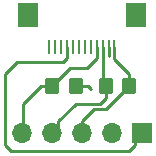
<source format=gbr>
%TF.GenerationSoftware,KiCad,Pcbnew,8.0.7*%
%TF.CreationDate,2025-01-03T17:26:32-07:00*%
%TF.ProjectId,minimal-ffc-i2c,6d696e69-6d61-46c2-9d66-66632d693263,rev?*%
%TF.SameCoordinates,Original*%
%TF.FileFunction,Copper,L1,Top*%
%TF.FilePolarity,Positive*%
%FSLAX46Y46*%
G04 Gerber Fmt 4.6, Leading zero omitted, Abs format (unit mm)*
G04 Created by KiCad (PCBNEW 8.0.7) date 2025-01-03 17:26:32*
%MOMM*%
%LPD*%
G01*
G04 APERTURE LIST*
G04 Aperture macros list*
%AMRoundRect*
0 Rectangle with rounded corners*
0 $1 Rounding radius*
0 $2 $3 $4 $5 $6 $7 $8 $9 X,Y pos of 4 corners*
0 Add a 4 corners polygon primitive as box body*
4,1,4,$2,$3,$4,$5,$6,$7,$8,$9,$2,$3,0*
0 Add four circle primitives for the rounded corners*
1,1,$1+$1,$2,$3*
1,1,$1+$1,$4,$5*
1,1,$1+$1,$6,$7*
1,1,$1+$1,$8,$9*
0 Add four rect primitives between the rounded corners*
20,1,$1+$1,$2,$3,$4,$5,0*
20,1,$1+$1,$4,$5,$6,$7,0*
20,1,$1+$1,$6,$7,$8,$9,0*
20,1,$1+$1,$8,$9,$2,$3,0*%
G04 Aperture macros list end*
%TA.AperFunction,SMDPad,CuDef*%
%ADD10RoundRect,0.250000X-0.350000X-0.450000X0.350000X-0.450000X0.350000X0.450000X-0.350000X0.450000X0*%
%TD*%
%TA.AperFunction,SMDPad,CuDef*%
%ADD11R,0.280000X1.250000*%
%TD*%
%TA.AperFunction,SMDPad,CuDef*%
%ADD12R,1.800000X2.000000*%
%TD*%
%TA.AperFunction,ComponentPad*%
%ADD13O,1.700000X1.700000*%
%TD*%
%TA.AperFunction,ComponentPad*%
%ADD14R,1.700000X1.700000*%
%TD*%
%TA.AperFunction,ViaPad*%
%ADD15C,0.300000*%
%TD*%
%TA.AperFunction,Conductor*%
%ADD16C,0.250000*%
%TD*%
G04 APERTURE END LIST*
D10*
%TO.P,R1,1*%
%TO.N,SCL*%
X107400000Y-94050000D03*
%TO.P,R1,2*%
%TO.N,vcc*%
X109400000Y-94050000D03*
%TD*%
%TO.P,R2,1*%
%TO.N,SDA*%
X111900000Y-94050000D03*
%TO.P,R2,2*%
%TO.N,vcc*%
X113900000Y-94050000D03*
%TD*%
D11*
%TO.P,J2,1,Pin_1*%
%TO.N,vcc*%
X112650000Y-90774000D03*
%TO.P,J2,2,Pin_2*%
%TO.N,gnd*%
X112150000Y-90774000D03*
%TO.P,J2,3,Pin_3*%
%TO.N,SDA*%
X111650000Y-90774000D03*
%TO.P,J2,4,Pin_4*%
%TO.N,SCL*%
X111150000Y-90774000D03*
%TO.P,J2,5,Pin_5*%
%TO.N,unconnected-(J2-Pin_5-Pad5)*%
X110650000Y-90774000D03*
%TO.P,J2,6,Pin_6*%
%TO.N,unconnected-(J2-Pin_6-Pad6)*%
X110150000Y-90774000D03*
%TO.P,J2,7,Pin_7*%
%TO.N,unconnected-(J2-Pin_7-Pad7)*%
X109650000Y-90774000D03*
%TO.P,J2,8,Pin_8*%
%TO.N,unconnected-(J2-Pin_8-Pad8)*%
X109150000Y-90774000D03*
%TO.P,J2,9,Pin_9*%
%TO.N,DR*%
X108650000Y-90774000D03*
%TO.P,J2,10,Pin_10*%
%TO.N,unconnected-(J2-Pin_10-Pad10)*%
X108150000Y-90774000D03*
%TO.P,J2,11,Pin_11*%
%TO.N,unconnected-(J2-Pin_11-Pad11)*%
X107650000Y-90774000D03*
%TO.P,J2,12,Pin_12*%
%TO.N,unconnected-(J2-Pin_12-Pad12)*%
X107150000Y-90774000D03*
D12*
%TO.P,J2,13*%
%TO.N,N/C*%
X105350000Y-88050000D03*
%TO.P,J2,14*%
X114450000Y-88050000D03*
%TD*%
D13*
%TO.P,J3,5,Pin_5*%
%TO.N,SCL*%
X104860000Y-98050000D03*
%TO.P,J3,4,Pin_4*%
%TO.N,SDA*%
X107400000Y-98050000D03*
%TO.P,J3,3,Pin_3*%
%TO.N,vcc*%
X109940000Y-98050000D03*
%TO.P,J3,2,Pin_2*%
%TO.N,gnd*%
X112480000Y-98050000D03*
D14*
%TO.P,J3,1,Pin_1*%
%TO.N,DR*%
X115020000Y-98050000D03*
%TD*%
D15*
%TO.N,gnd*%
X112150000Y-91550000D03*
%TO.N,vcc*%
X110650000Y-94300000D03*
X111400000Y-96050000D03*
%TD*%
D16*
%TO.N,gnd*%
X112150000Y-91550000D02*
X112150000Y-90774000D01*
%TO.N,vcc*%
X110900000Y-96050000D02*
X109940000Y-97010000D01*
X110400000Y-94050000D02*
X109400000Y-94050000D01*
X109940000Y-97010000D02*
X109940000Y-98050000D01*
X113900000Y-93050000D02*
X113900000Y-94050000D01*
X112650000Y-91800000D02*
X113900000Y-93050000D01*
X111400000Y-96050000D02*
X110900000Y-96050000D01*
X111900000Y-96050000D02*
X111400000Y-96050000D01*
X110650000Y-94300000D02*
X110400000Y-94050000D01*
X112650000Y-90774000D02*
X112650000Y-91800000D01*
X113900000Y-94050000D02*
X111900000Y-96050000D01*
%TO.N,DR*%
X104400000Y-92050000D02*
X103400000Y-93050000D01*
X108650000Y-90774000D02*
X108650000Y-91689000D01*
X103400000Y-93050000D02*
X103400000Y-99050000D01*
X103900000Y-99550000D02*
X113900000Y-99550000D01*
X114400000Y-98670000D02*
X115020000Y-98050000D01*
X108650000Y-91689000D02*
X108289000Y-92050000D01*
X103400000Y-99050000D02*
X103900000Y-99550000D01*
X108289000Y-92050000D02*
X104400000Y-92050000D01*
X113900000Y-99550000D02*
X114400000Y-99050000D01*
X114400000Y-99050000D02*
X114400000Y-98670000D01*
%TO.N,SDA*%
X111900000Y-95050000D02*
X111400000Y-95550000D01*
X107900000Y-97050000D02*
X107900000Y-98050000D01*
X109400000Y-95550000D02*
X107900000Y-97050000D01*
X111650000Y-93800000D02*
X111900000Y-94050000D01*
X111400000Y-95550000D02*
X109400000Y-95550000D01*
X111900000Y-94050000D02*
X111900000Y-95050000D01*
X111650000Y-90774000D02*
X111650000Y-93800000D01*
%TO.N,SCL*%
X107400000Y-94050000D02*
X106400000Y-94050000D01*
X111150000Y-91689000D02*
X110289000Y-92550000D01*
X111150000Y-90774000D02*
X111150000Y-91689000D01*
X110289000Y-92550000D02*
X108900000Y-92550000D01*
X106400000Y-94050000D02*
X104900000Y-95550000D01*
X104900000Y-95550000D02*
X104900000Y-98010000D01*
X108900000Y-92550000D02*
X107400000Y-94050000D01*
X104900000Y-98010000D02*
X104860000Y-98050000D01*
%TD*%
M02*

</source>
